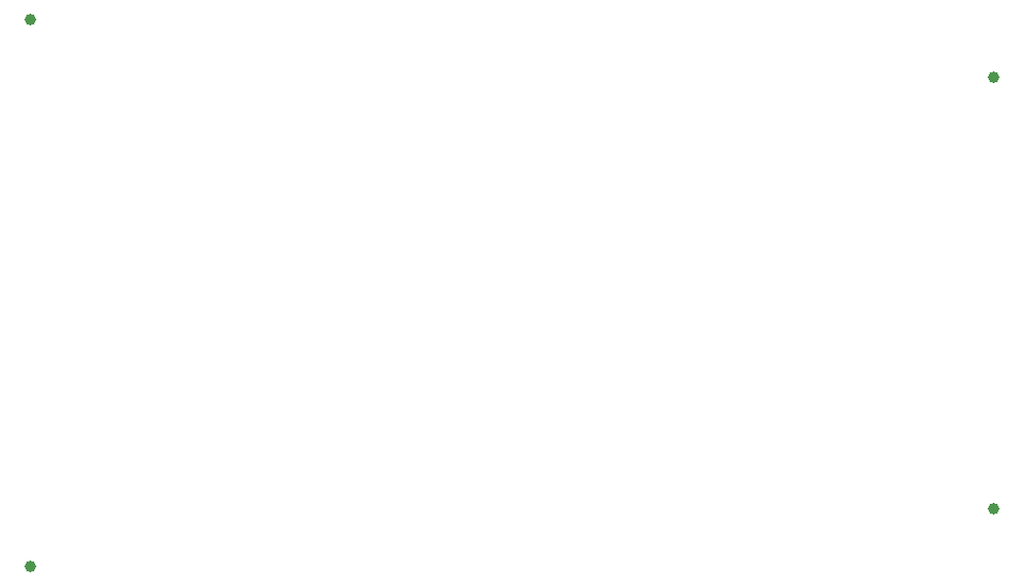
<source format=gtl>
G04 Layer: TopLayer*
G04 EasyEDA v6.5.22, 2023-04-16 14:26:35*
G04 4c6462403d1d4395b9bb21c32daab020,5a6b42c53f6a479593ecc07194224c93,10*
G04 Gerber Generator version 0.2*
G04 Scale: 100 percent, Rotated: No, Reflected: No *
G04 Dimensions in millimeters *
G04 leading zeros omitted , absolute positions ,4 integer and 5 decimal *
%FSLAX45Y45*%
%MOMM*%

%ADD10C,1.0000*%

%LPD*%
D10*
G01*
X-199999Y7001002D03*
G01*
X8124799Y6501003D03*
G01*
X-199999Y2269997D03*
G01*
X8124799Y2769996D03*
M02*

</source>
